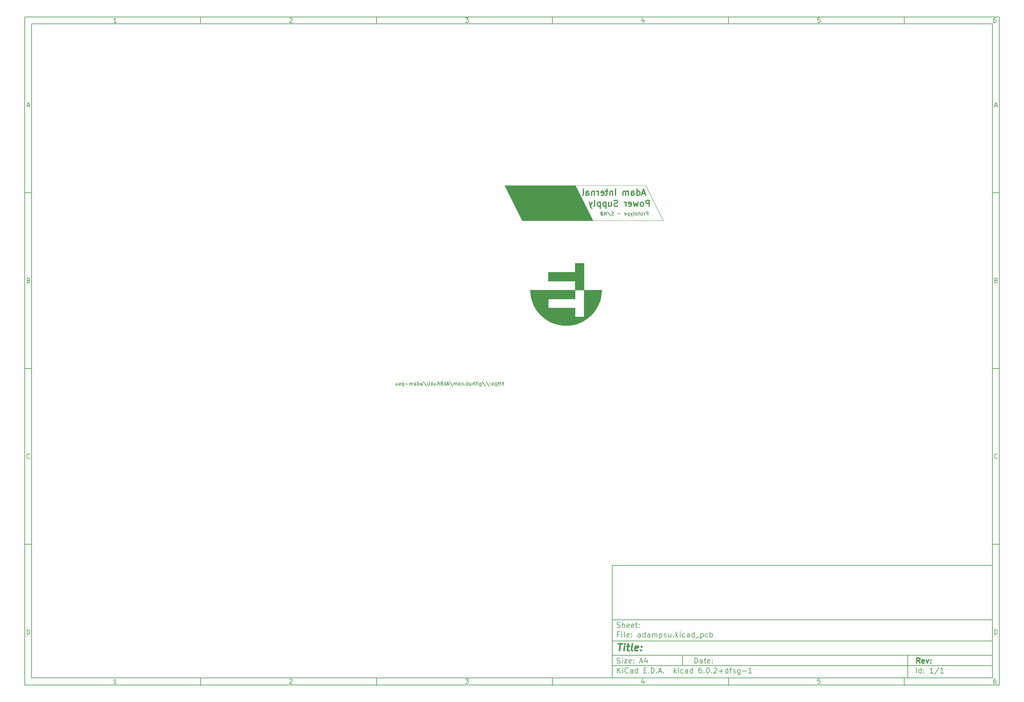
<source format=gbr>
G04 #@! TF.GenerationSoftware,KiCad,Pcbnew,6.0.2+dfsg-1*
G04 #@! TF.CreationDate,2023-07-16T14:07:35-07:00*
G04 #@! TF.ProjectId,adampsu,6164616d-7073-4752-9e6b-696361645f70,rev?*
G04 #@! TF.SameCoordinates,Original*
G04 #@! TF.FileFunction,Legend,Bot*
G04 #@! TF.FilePolarity,Positive*
%FSLAX46Y46*%
G04 Gerber Fmt 4.6, Leading zero omitted, Abs format (unit mm)*
G04 Created by KiCad (PCBNEW 6.0.2+dfsg-1) date 2023-07-16 14:07:35*
%MOMM*%
%LPD*%
G01*
G04 APERTURE LIST*
%ADD10C,0.100000*%
%ADD11C,0.150000*%
%ADD12C,0.300000*%
%ADD13C,0.400000*%
%ADD14C,0.350000*%
%ADD15C,0.120000*%
G04 APERTURE END LIST*
D10*
D11*
X177002200Y-166007200D02*
X177002200Y-198007200D01*
X285002200Y-198007200D01*
X285002200Y-166007200D01*
X177002200Y-166007200D01*
D10*
D11*
X10000000Y-10000000D02*
X10000000Y-200007200D01*
X287002200Y-200007200D01*
X287002200Y-10000000D01*
X10000000Y-10000000D01*
D10*
D11*
X12000000Y-12000000D02*
X12000000Y-198007200D01*
X285002200Y-198007200D01*
X285002200Y-12000000D01*
X12000000Y-12000000D01*
D10*
D11*
X60000000Y-12000000D02*
X60000000Y-10000000D01*
D10*
D11*
X110000000Y-12000000D02*
X110000000Y-10000000D01*
D10*
D11*
X160000000Y-12000000D02*
X160000000Y-10000000D01*
D10*
D11*
X210000000Y-12000000D02*
X210000000Y-10000000D01*
D10*
D11*
X260000000Y-12000000D02*
X260000000Y-10000000D01*
D10*
D11*
X36065476Y-11588095D02*
X35322619Y-11588095D01*
X35694047Y-11588095D02*
X35694047Y-10288095D01*
X35570238Y-10473809D01*
X35446428Y-10597619D01*
X35322619Y-10659523D01*
D10*
D11*
X85322619Y-10411904D02*
X85384523Y-10350000D01*
X85508333Y-10288095D01*
X85817857Y-10288095D01*
X85941666Y-10350000D01*
X86003571Y-10411904D01*
X86065476Y-10535714D01*
X86065476Y-10659523D01*
X86003571Y-10845238D01*
X85260714Y-11588095D01*
X86065476Y-11588095D01*
D10*
D11*
X135260714Y-10288095D02*
X136065476Y-10288095D01*
X135632142Y-10783333D01*
X135817857Y-10783333D01*
X135941666Y-10845238D01*
X136003571Y-10907142D01*
X136065476Y-11030952D01*
X136065476Y-11340476D01*
X136003571Y-11464285D01*
X135941666Y-11526190D01*
X135817857Y-11588095D01*
X135446428Y-11588095D01*
X135322619Y-11526190D01*
X135260714Y-11464285D01*
D10*
D11*
X185941666Y-10721428D02*
X185941666Y-11588095D01*
X185632142Y-10226190D02*
X185322619Y-11154761D01*
X186127380Y-11154761D01*
D10*
D11*
X236003571Y-10288095D02*
X235384523Y-10288095D01*
X235322619Y-10907142D01*
X235384523Y-10845238D01*
X235508333Y-10783333D01*
X235817857Y-10783333D01*
X235941666Y-10845238D01*
X236003571Y-10907142D01*
X236065476Y-11030952D01*
X236065476Y-11340476D01*
X236003571Y-11464285D01*
X235941666Y-11526190D01*
X235817857Y-11588095D01*
X235508333Y-11588095D01*
X235384523Y-11526190D01*
X235322619Y-11464285D01*
D10*
D11*
X285941666Y-10288095D02*
X285694047Y-10288095D01*
X285570238Y-10350000D01*
X285508333Y-10411904D01*
X285384523Y-10597619D01*
X285322619Y-10845238D01*
X285322619Y-11340476D01*
X285384523Y-11464285D01*
X285446428Y-11526190D01*
X285570238Y-11588095D01*
X285817857Y-11588095D01*
X285941666Y-11526190D01*
X286003571Y-11464285D01*
X286065476Y-11340476D01*
X286065476Y-11030952D01*
X286003571Y-10907142D01*
X285941666Y-10845238D01*
X285817857Y-10783333D01*
X285570238Y-10783333D01*
X285446428Y-10845238D01*
X285384523Y-10907142D01*
X285322619Y-11030952D01*
D10*
D11*
X60000000Y-198007200D02*
X60000000Y-200007200D01*
D10*
D11*
X110000000Y-198007200D02*
X110000000Y-200007200D01*
D10*
D11*
X160000000Y-198007200D02*
X160000000Y-200007200D01*
D10*
D11*
X210000000Y-198007200D02*
X210000000Y-200007200D01*
D10*
D11*
X260000000Y-198007200D02*
X260000000Y-200007200D01*
D10*
D11*
X36065476Y-199595295D02*
X35322619Y-199595295D01*
X35694047Y-199595295D02*
X35694047Y-198295295D01*
X35570238Y-198481009D01*
X35446428Y-198604819D01*
X35322619Y-198666723D01*
D10*
D11*
X85322619Y-198419104D02*
X85384523Y-198357200D01*
X85508333Y-198295295D01*
X85817857Y-198295295D01*
X85941666Y-198357200D01*
X86003571Y-198419104D01*
X86065476Y-198542914D01*
X86065476Y-198666723D01*
X86003571Y-198852438D01*
X85260714Y-199595295D01*
X86065476Y-199595295D01*
D10*
D11*
X135260714Y-198295295D02*
X136065476Y-198295295D01*
X135632142Y-198790533D01*
X135817857Y-198790533D01*
X135941666Y-198852438D01*
X136003571Y-198914342D01*
X136065476Y-199038152D01*
X136065476Y-199347676D01*
X136003571Y-199471485D01*
X135941666Y-199533390D01*
X135817857Y-199595295D01*
X135446428Y-199595295D01*
X135322619Y-199533390D01*
X135260714Y-199471485D01*
D10*
D11*
X185941666Y-198728628D02*
X185941666Y-199595295D01*
X185632142Y-198233390D02*
X185322619Y-199161961D01*
X186127380Y-199161961D01*
D10*
D11*
X236003571Y-198295295D02*
X235384523Y-198295295D01*
X235322619Y-198914342D01*
X235384523Y-198852438D01*
X235508333Y-198790533D01*
X235817857Y-198790533D01*
X235941666Y-198852438D01*
X236003571Y-198914342D01*
X236065476Y-199038152D01*
X236065476Y-199347676D01*
X236003571Y-199471485D01*
X235941666Y-199533390D01*
X235817857Y-199595295D01*
X235508333Y-199595295D01*
X235384523Y-199533390D01*
X235322619Y-199471485D01*
D10*
D11*
X285941666Y-198295295D02*
X285694047Y-198295295D01*
X285570238Y-198357200D01*
X285508333Y-198419104D01*
X285384523Y-198604819D01*
X285322619Y-198852438D01*
X285322619Y-199347676D01*
X285384523Y-199471485D01*
X285446428Y-199533390D01*
X285570238Y-199595295D01*
X285817857Y-199595295D01*
X285941666Y-199533390D01*
X286003571Y-199471485D01*
X286065476Y-199347676D01*
X286065476Y-199038152D01*
X286003571Y-198914342D01*
X285941666Y-198852438D01*
X285817857Y-198790533D01*
X285570238Y-198790533D01*
X285446428Y-198852438D01*
X285384523Y-198914342D01*
X285322619Y-199038152D01*
D10*
D11*
X10000000Y-60000000D02*
X12000000Y-60000000D01*
D10*
D11*
X10000000Y-110000000D02*
X12000000Y-110000000D01*
D10*
D11*
X10000000Y-160000000D02*
X12000000Y-160000000D01*
D10*
D11*
X10690476Y-35216666D02*
X11309523Y-35216666D01*
X10566666Y-35588095D02*
X11000000Y-34288095D01*
X11433333Y-35588095D01*
D10*
D11*
X11092857Y-84907142D02*
X11278571Y-84969047D01*
X11340476Y-85030952D01*
X11402380Y-85154761D01*
X11402380Y-85340476D01*
X11340476Y-85464285D01*
X11278571Y-85526190D01*
X11154761Y-85588095D01*
X10659523Y-85588095D01*
X10659523Y-84288095D01*
X11092857Y-84288095D01*
X11216666Y-84350000D01*
X11278571Y-84411904D01*
X11340476Y-84535714D01*
X11340476Y-84659523D01*
X11278571Y-84783333D01*
X11216666Y-84845238D01*
X11092857Y-84907142D01*
X10659523Y-84907142D01*
D10*
D11*
X11402380Y-135464285D02*
X11340476Y-135526190D01*
X11154761Y-135588095D01*
X11030952Y-135588095D01*
X10845238Y-135526190D01*
X10721428Y-135402380D01*
X10659523Y-135278571D01*
X10597619Y-135030952D01*
X10597619Y-134845238D01*
X10659523Y-134597619D01*
X10721428Y-134473809D01*
X10845238Y-134350000D01*
X11030952Y-134288095D01*
X11154761Y-134288095D01*
X11340476Y-134350000D01*
X11402380Y-134411904D01*
D10*
D11*
X10659523Y-185588095D02*
X10659523Y-184288095D01*
X10969047Y-184288095D01*
X11154761Y-184350000D01*
X11278571Y-184473809D01*
X11340476Y-184597619D01*
X11402380Y-184845238D01*
X11402380Y-185030952D01*
X11340476Y-185278571D01*
X11278571Y-185402380D01*
X11154761Y-185526190D01*
X10969047Y-185588095D01*
X10659523Y-185588095D01*
D10*
D11*
X287002200Y-60000000D02*
X285002200Y-60000000D01*
D10*
D11*
X287002200Y-110000000D02*
X285002200Y-110000000D01*
D10*
D11*
X287002200Y-160000000D02*
X285002200Y-160000000D01*
D10*
D11*
X285692676Y-35216666D02*
X286311723Y-35216666D01*
X285568866Y-35588095D02*
X286002200Y-34288095D01*
X286435533Y-35588095D01*
D10*
D11*
X286095057Y-84907142D02*
X286280771Y-84969047D01*
X286342676Y-85030952D01*
X286404580Y-85154761D01*
X286404580Y-85340476D01*
X286342676Y-85464285D01*
X286280771Y-85526190D01*
X286156961Y-85588095D01*
X285661723Y-85588095D01*
X285661723Y-84288095D01*
X286095057Y-84288095D01*
X286218866Y-84350000D01*
X286280771Y-84411904D01*
X286342676Y-84535714D01*
X286342676Y-84659523D01*
X286280771Y-84783333D01*
X286218866Y-84845238D01*
X286095057Y-84907142D01*
X285661723Y-84907142D01*
D10*
D11*
X286404580Y-135464285D02*
X286342676Y-135526190D01*
X286156961Y-135588095D01*
X286033152Y-135588095D01*
X285847438Y-135526190D01*
X285723628Y-135402380D01*
X285661723Y-135278571D01*
X285599819Y-135030952D01*
X285599819Y-134845238D01*
X285661723Y-134597619D01*
X285723628Y-134473809D01*
X285847438Y-134350000D01*
X286033152Y-134288095D01*
X286156961Y-134288095D01*
X286342676Y-134350000D01*
X286404580Y-134411904D01*
D10*
D11*
X285661723Y-185588095D02*
X285661723Y-184288095D01*
X285971247Y-184288095D01*
X286156961Y-184350000D01*
X286280771Y-184473809D01*
X286342676Y-184597619D01*
X286404580Y-184845238D01*
X286404580Y-185030952D01*
X286342676Y-185278571D01*
X286280771Y-185402380D01*
X286156961Y-185526190D01*
X285971247Y-185588095D01*
X285661723Y-185588095D01*
D10*
D11*
X200434342Y-193785771D02*
X200434342Y-192285771D01*
X200791485Y-192285771D01*
X201005771Y-192357200D01*
X201148628Y-192500057D01*
X201220057Y-192642914D01*
X201291485Y-192928628D01*
X201291485Y-193142914D01*
X201220057Y-193428628D01*
X201148628Y-193571485D01*
X201005771Y-193714342D01*
X200791485Y-193785771D01*
X200434342Y-193785771D01*
X202577200Y-193785771D02*
X202577200Y-193000057D01*
X202505771Y-192857200D01*
X202362914Y-192785771D01*
X202077200Y-192785771D01*
X201934342Y-192857200D01*
X202577200Y-193714342D02*
X202434342Y-193785771D01*
X202077200Y-193785771D01*
X201934342Y-193714342D01*
X201862914Y-193571485D01*
X201862914Y-193428628D01*
X201934342Y-193285771D01*
X202077200Y-193214342D01*
X202434342Y-193214342D01*
X202577200Y-193142914D01*
X203077200Y-192785771D02*
X203648628Y-192785771D01*
X203291485Y-192285771D02*
X203291485Y-193571485D01*
X203362914Y-193714342D01*
X203505771Y-193785771D01*
X203648628Y-193785771D01*
X204720057Y-193714342D02*
X204577200Y-193785771D01*
X204291485Y-193785771D01*
X204148628Y-193714342D01*
X204077200Y-193571485D01*
X204077200Y-193000057D01*
X204148628Y-192857200D01*
X204291485Y-192785771D01*
X204577200Y-192785771D01*
X204720057Y-192857200D01*
X204791485Y-193000057D01*
X204791485Y-193142914D01*
X204077200Y-193285771D01*
X205434342Y-193642914D02*
X205505771Y-193714342D01*
X205434342Y-193785771D01*
X205362914Y-193714342D01*
X205434342Y-193642914D01*
X205434342Y-193785771D01*
X205434342Y-192857200D02*
X205505771Y-192928628D01*
X205434342Y-193000057D01*
X205362914Y-192928628D01*
X205434342Y-192857200D01*
X205434342Y-193000057D01*
D10*
D11*
X177002200Y-194507200D02*
X285002200Y-194507200D01*
D10*
D11*
X178434342Y-196585771D02*
X178434342Y-195085771D01*
X179291485Y-196585771D02*
X178648628Y-195728628D01*
X179291485Y-195085771D02*
X178434342Y-195942914D01*
X179934342Y-196585771D02*
X179934342Y-195585771D01*
X179934342Y-195085771D02*
X179862914Y-195157200D01*
X179934342Y-195228628D01*
X180005771Y-195157200D01*
X179934342Y-195085771D01*
X179934342Y-195228628D01*
X181505771Y-196442914D02*
X181434342Y-196514342D01*
X181220057Y-196585771D01*
X181077200Y-196585771D01*
X180862914Y-196514342D01*
X180720057Y-196371485D01*
X180648628Y-196228628D01*
X180577200Y-195942914D01*
X180577200Y-195728628D01*
X180648628Y-195442914D01*
X180720057Y-195300057D01*
X180862914Y-195157200D01*
X181077200Y-195085771D01*
X181220057Y-195085771D01*
X181434342Y-195157200D01*
X181505771Y-195228628D01*
X182791485Y-196585771D02*
X182791485Y-195800057D01*
X182720057Y-195657200D01*
X182577200Y-195585771D01*
X182291485Y-195585771D01*
X182148628Y-195657200D01*
X182791485Y-196514342D02*
X182648628Y-196585771D01*
X182291485Y-196585771D01*
X182148628Y-196514342D01*
X182077200Y-196371485D01*
X182077200Y-196228628D01*
X182148628Y-196085771D01*
X182291485Y-196014342D01*
X182648628Y-196014342D01*
X182791485Y-195942914D01*
X184148628Y-196585771D02*
X184148628Y-195085771D01*
X184148628Y-196514342D02*
X184005771Y-196585771D01*
X183720057Y-196585771D01*
X183577200Y-196514342D01*
X183505771Y-196442914D01*
X183434342Y-196300057D01*
X183434342Y-195871485D01*
X183505771Y-195728628D01*
X183577200Y-195657200D01*
X183720057Y-195585771D01*
X184005771Y-195585771D01*
X184148628Y-195657200D01*
X186005771Y-195800057D02*
X186505771Y-195800057D01*
X186720057Y-196585771D02*
X186005771Y-196585771D01*
X186005771Y-195085771D01*
X186720057Y-195085771D01*
X187362914Y-196442914D02*
X187434342Y-196514342D01*
X187362914Y-196585771D01*
X187291485Y-196514342D01*
X187362914Y-196442914D01*
X187362914Y-196585771D01*
X188077200Y-196585771D02*
X188077200Y-195085771D01*
X188434342Y-195085771D01*
X188648628Y-195157200D01*
X188791485Y-195300057D01*
X188862914Y-195442914D01*
X188934342Y-195728628D01*
X188934342Y-195942914D01*
X188862914Y-196228628D01*
X188791485Y-196371485D01*
X188648628Y-196514342D01*
X188434342Y-196585771D01*
X188077200Y-196585771D01*
X189577200Y-196442914D02*
X189648628Y-196514342D01*
X189577200Y-196585771D01*
X189505771Y-196514342D01*
X189577200Y-196442914D01*
X189577200Y-196585771D01*
X190220057Y-196157200D02*
X190934342Y-196157200D01*
X190077200Y-196585771D02*
X190577200Y-195085771D01*
X191077200Y-196585771D01*
X191577200Y-196442914D02*
X191648628Y-196514342D01*
X191577200Y-196585771D01*
X191505771Y-196514342D01*
X191577200Y-196442914D01*
X191577200Y-196585771D01*
X194577200Y-196585771D02*
X194577200Y-195085771D01*
X194720057Y-196014342D02*
X195148628Y-196585771D01*
X195148628Y-195585771D02*
X194577200Y-196157200D01*
X195791485Y-196585771D02*
X195791485Y-195585771D01*
X195791485Y-195085771D02*
X195720057Y-195157200D01*
X195791485Y-195228628D01*
X195862914Y-195157200D01*
X195791485Y-195085771D01*
X195791485Y-195228628D01*
X197148628Y-196514342D02*
X197005771Y-196585771D01*
X196720057Y-196585771D01*
X196577200Y-196514342D01*
X196505771Y-196442914D01*
X196434342Y-196300057D01*
X196434342Y-195871485D01*
X196505771Y-195728628D01*
X196577200Y-195657200D01*
X196720057Y-195585771D01*
X197005771Y-195585771D01*
X197148628Y-195657200D01*
X198434342Y-196585771D02*
X198434342Y-195800057D01*
X198362914Y-195657200D01*
X198220057Y-195585771D01*
X197934342Y-195585771D01*
X197791485Y-195657200D01*
X198434342Y-196514342D02*
X198291485Y-196585771D01*
X197934342Y-196585771D01*
X197791485Y-196514342D01*
X197720057Y-196371485D01*
X197720057Y-196228628D01*
X197791485Y-196085771D01*
X197934342Y-196014342D01*
X198291485Y-196014342D01*
X198434342Y-195942914D01*
X199791485Y-196585771D02*
X199791485Y-195085771D01*
X199791485Y-196514342D02*
X199648628Y-196585771D01*
X199362914Y-196585771D01*
X199220057Y-196514342D01*
X199148628Y-196442914D01*
X199077200Y-196300057D01*
X199077200Y-195871485D01*
X199148628Y-195728628D01*
X199220057Y-195657200D01*
X199362914Y-195585771D01*
X199648628Y-195585771D01*
X199791485Y-195657200D01*
X202291485Y-195085771D02*
X202005771Y-195085771D01*
X201862914Y-195157200D01*
X201791485Y-195228628D01*
X201648628Y-195442914D01*
X201577200Y-195728628D01*
X201577200Y-196300057D01*
X201648628Y-196442914D01*
X201720057Y-196514342D01*
X201862914Y-196585771D01*
X202148628Y-196585771D01*
X202291485Y-196514342D01*
X202362914Y-196442914D01*
X202434342Y-196300057D01*
X202434342Y-195942914D01*
X202362914Y-195800057D01*
X202291485Y-195728628D01*
X202148628Y-195657200D01*
X201862914Y-195657200D01*
X201720057Y-195728628D01*
X201648628Y-195800057D01*
X201577200Y-195942914D01*
X203077200Y-196442914D02*
X203148628Y-196514342D01*
X203077200Y-196585771D01*
X203005771Y-196514342D01*
X203077200Y-196442914D01*
X203077200Y-196585771D01*
X204077200Y-195085771D02*
X204220057Y-195085771D01*
X204362914Y-195157200D01*
X204434342Y-195228628D01*
X204505771Y-195371485D01*
X204577200Y-195657200D01*
X204577200Y-196014342D01*
X204505771Y-196300057D01*
X204434342Y-196442914D01*
X204362914Y-196514342D01*
X204220057Y-196585771D01*
X204077200Y-196585771D01*
X203934342Y-196514342D01*
X203862914Y-196442914D01*
X203791485Y-196300057D01*
X203720057Y-196014342D01*
X203720057Y-195657200D01*
X203791485Y-195371485D01*
X203862914Y-195228628D01*
X203934342Y-195157200D01*
X204077200Y-195085771D01*
X205220057Y-196442914D02*
X205291485Y-196514342D01*
X205220057Y-196585771D01*
X205148628Y-196514342D01*
X205220057Y-196442914D01*
X205220057Y-196585771D01*
X205862914Y-195228628D02*
X205934342Y-195157200D01*
X206077200Y-195085771D01*
X206434342Y-195085771D01*
X206577200Y-195157200D01*
X206648628Y-195228628D01*
X206720057Y-195371485D01*
X206720057Y-195514342D01*
X206648628Y-195728628D01*
X205791485Y-196585771D01*
X206720057Y-196585771D01*
X207362914Y-196014342D02*
X208505771Y-196014342D01*
X207934342Y-196585771D02*
X207934342Y-195442914D01*
X209862914Y-196585771D02*
X209862914Y-195085771D01*
X209862914Y-196514342D02*
X209720057Y-196585771D01*
X209434342Y-196585771D01*
X209291485Y-196514342D01*
X209220057Y-196442914D01*
X209148628Y-196300057D01*
X209148628Y-195871485D01*
X209220057Y-195728628D01*
X209291485Y-195657200D01*
X209434342Y-195585771D01*
X209720057Y-195585771D01*
X209862914Y-195657200D01*
X210362914Y-195585771D02*
X210934342Y-195585771D01*
X210577200Y-196585771D02*
X210577200Y-195300057D01*
X210648628Y-195157200D01*
X210791485Y-195085771D01*
X210934342Y-195085771D01*
X211362914Y-196514342D02*
X211505771Y-196585771D01*
X211791485Y-196585771D01*
X211934342Y-196514342D01*
X212005771Y-196371485D01*
X212005771Y-196300057D01*
X211934342Y-196157200D01*
X211791485Y-196085771D01*
X211577200Y-196085771D01*
X211434342Y-196014342D01*
X211362914Y-195871485D01*
X211362914Y-195800057D01*
X211434342Y-195657200D01*
X211577200Y-195585771D01*
X211791485Y-195585771D01*
X211934342Y-195657200D01*
X213291485Y-195585771D02*
X213291485Y-196800057D01*
X213220057Y-196942914D01*
X213148628Y-197014342D01*
X213005771Y-197085771D01*
X212791485Y-197085771D01*
X212648628Y-197014342D01*
X213291485Y-196514342D02*
X213148628Y-196585771D01*
X212862914Y-196585771D01*
X212720057Y-196514342D01*
X212648628Y-196442914D01*
X212577200Y-196300057D01*
X212577200Y-195871485D01*
X212648628Y-195728628D01*
X212720057Y-195657200D01*
X212862914Y-195585771D01*
X213148628Y-195585771D01*
X213291485Y-195657200D01*
X214005771Y-196014342D02*
X215148628Y-196014342D01*
X216648628Y-196585771D02*
X215791485Y-196585771D01*
X216220057Y-196585771D02*
X216220057Y-195085771D01*
X216077200Y-195300057D01*
X215934342Y-195442914D01*
X215791485Y-195514342D01*
D10*
D11*
X177002200Y-191507200D02*
X285002200Y-191507200D01*
D10*
D12*
X264411485Y-193785771D02*
X263911485Y-193071485D01*
X263554342Y-193785771D02*
X263554342Y-192285771D01*
X264125771Y-192285771D01*
X264268628Y-192357200D01*
X264340057Y-192428628D01*
X264411485Y-192571485D01*
X264411485Y-192785771D01*
X264340057Y-192928628D01*
X264268628Y-193000057D01*
X264125771Y-193071485D01*
X263554342Y-193071485D01*
X265625771Y-193714342D02*
X265482914Y-193785771D01*
X265197200Y-193785771D01*
X265054342Y-193714342D01*
X264982914Y-193571485D01*
X264982914Y-193000057D01*
X265054342Y-192857200D01*
X265197200Y-192785771D01*
X265482914Y-192785771D01*
X265625771Y-192857200D01*
X265697200Y-193000057D01*
X265697200Y-193142914D01*
X264982914Y-193285771D01*
X266197200Y-192785771D02*
X266554342Y-193785771D01*
X266911485Y-192785771D01*
X267482914Y-193642914D02*
X267554342Y-193714342D01*
X267482914Y-193785771D01*
X267411485Y-193714342D01*
X267482914Y-193642914D01*
X267482914Y-193785771D01*
X267482914Y-192857200D02*
X267554342Y-192928628D01*
X267482914Y-193000057D01*
X267411485Y-192928628D01*
X267482914Y-192857200D01*
X267482914Y-193000057D01*
D10*
D11*
X178362914Y-193714342D02*
X178577200Y-193785771D01*
X178934342Y-193785771D01*
X179077200Y-193714342D01*
X179148628Y-193642914D01*
X179220057Y-193500057D01*
X179220057Y-193357200D01*
X179148628Y-193214342D01*
X179077200Y-193142914D01*
X178934342Y-193071485D01*
X178648628Y-193000057D01*
X178505771Y-192928628D01*
X178434342Y-192857200D01*
X178362914Y-192714342D01*
X178362914Y-192571485D01*
X178434342Y-192428628D01*
X178505771Y-192357200D01*
X178648628Y-192285771D01*
X179005771Y-192285771D01*
X179220057Y-192357200D01*
X179862914Y-193785771D02*
X179862914Y-192785771D01*
X179862914Y-192285771D02*
X179791485Y-192357200D01*
X179862914Y-192428628D01*
X179934342Y-192357200D01*
X179862914Y-192285771D01*
X179862914Y-192428628D01*
X180434342Y-192785771D02*
X181220057Y-192785771D01*
X180434342Y-193785771D01*
X181220057Y-193785771D01*
X182362914Y-193714342D02*
X182220057Y-193785771D01*
X181934342Y-193785771D01*
X181791485Y-193714342D01*
X181720057Y-193571485D01*
X181720057Y-193000057D01*
X181791485Y-192857200D01*
X181934342Y-192785771D01*
X182220057Y-192785771D01*
X182362914Y-192857200D01*
X182434342Y-193000057D01*
X182434342Y-193142914D01*
X181720057Y-193285771D01*
X183077200Y-193642914D02*
X183148628Y-193714342D01*
X183077200Y-193785771D01*
X183005771Y-193714342D01*
X183077200Y-193642914D01*
X183077200Y-193785771D01*
X183077200Y-192857200D02*
X183148628Y-192928628D01*
X183077200Y-193000057D01*
X183005771Y-192928628D01*
X183077200Y-192857200D01*
X183077200Y-193000057D01*
X184862914Y-193357200D02*
X185577200Y-193357200D01*
X184720057Y-193785771D02*
X185220057Y-192285771D01*
X185720057Y-193785771D01*
X186862914Y-192785771D02*
X186862914Y-193785771D01*
X186505771Y-192214342D02*
X186148628Y-193285771D01*
X187077200Y-193285771D01*
D10*
D11*
X263434342Y-196585771D02*
X263434342Y-195085771D01*
X264791485Y-196585771D02*
X264791485Y-195085771D01*
X264791485Y-196514342D02*
X264648628Y-196585771D01*
X264362914Y-196585771D01*
X264220057Y-196514342D01*
X264148628Y-196442914D01*
X264077200Y-196300057D01*
X264077200Y-195871485D01*
X264148628Y-195728628D01*
X264220057Y-195657200D01*
X264362914Y-195585771D01*
X264648628Y-195585771D01*
X264791485Y-195657200D01*
X265505771Y-196442914D02*
X265577200Y-196514342D01*
X265505771Y-196585771D01*
X265434342Y-196514342D01*
X265505771Y-196442914D01*
X265505771Y-196585771D01*
X265505771Y-195657200D02*
X265577200Y-195728628D01*
X265505771Y-195800057D01*
X265434342Y-195728628D01*
X265505771Y-195657200D01*
X265505771Y-195800057D01*
X268148628Y-196585771D02*
X267291485Y-196585771D01*
X267720057Y-196585771D02*
X267720057Y-195085771D01*
X267577200Y-195300057D01*
X267434342Y-195442914D01*
X267291485Y-195514342D01*
X269862914Y-195014342D02*
X268577200Y-196942914D01*
X271148628Y-196585771D02*
X270291485Y-196585771D01*
X270720057Y-196585771D02*
X270720057Y-195085771D01*
X270577200Y-195300057D01*
X270434342Y-195442914D01*
X270291485Y-195514342D01*
D10*
D11*
X177002200Y-187507200D02*
X285002200Y-187507200D01*
D10*
D13*
X178714580Y-188211961D02*
X179857438Y-188211961D01*
X179036009Y-190211961D02*
X179286009Y-188211961D01*
X180274104Y-190211961D02*
X180440771Y-188878628D01*
X180524104Y-188211961D02*
X180416961Y-188307200D01*
X180500295Y-188402438D01*
X180607438Y-188307200D01*
X180524104Y-188211961D01*
X180500295Y-188402438D01*
X181107438Y-188878628D02*
X181869342Y-188878628D01*
X181476485Y-188211961D02*
X181262200Y-189926247D01*
X181333628Y-190116723D01*
X181512200Y-190211961D01*
X181702676Y-190211961D01*
X182655057Y-190211961D02*
X182476485Y-190116723D01*
X182405057Y-189926247D01*
X182619342Y-188211961D01*
X184190771Y-190116723D02*
X183988390Y-190211961D01*
X183607438Y-190211961D01*
X183428866Y-190116723D01*
X183357438Y-189926247D01*
X183452676Y-189164342D01*
X183571723Y-188973866D01*
X183774104Y-188878628D01*
X184155057Y-188878628D01*
X184333628Y-188973866D01*
X184405057Y-189164342D01*
X184381247Y-189354819D01*
X183405057Y-189545295D01*
X185155057Y-190021485D02*
X185238390Y-190116723D01*
X185131247Y-190211961D01*
X185047914Y-190116723D01*
X185155057Y-190021485D01*
X185131247Y-190211961D01*
X185286009Y-188973866D02*
X185369342Y-189069104D01*
X185262200Y-189164342D01*
X185178866Y-189069104D01*
X185286009Y-188973866D01*
X185262200Y-189164342D01*
D10*
D11*
X178934342Y-185600057D02*
X178434342Y-185600057D01*
X178434342Y-186385771D02*
X178434342Y-184885771D01*
X179148628Y-184885771D01*
X179720057Y-186385771D02*
X179720057Y-185385771D01*
X179720057Y-184885771D02*
X179648628Y-184957200D01*
X179720057Y-185028628D01*
X179791485Y-184957200D01*
X179720057Y-184885771D01*
X179720057Y-185028628D01*
X180648628Y-186385771D02*
X180505771Y-186314342D01*
X180434342Y-186171485D01*
X180434342Y-184885771D01*
X181791485Y-186314342D02*
X181648628Y-186385771D01*
X181362914Y-186385771D01*
X181220057Y-186314342D01*
X181148628Y-186171485D01*
X181148628Y-185600057D01*
X181220057Y-185457200D01*
X181362914Y-185385771D01*
X181648628Y-185385771D01*
X181791485Y-185457200D01*
X181862914Y-185600057D01*
X181862914Y-185742914D01*
X181148628Y-185885771D01*
X182505771Y-186242914D02*
X182577200Y-186314342D01*
X182505771Y-186385771D01*
X182434342Y-186314342D01*
X182505771Y-186242914D01*
X182505771Y-186385771D01*
X182505771Y-185457200D02*
X182577200Y-185528628D01*
X182505771Y-185600057D01*
X182434342Y-185528628D01*
X182505771Y-185457200D01*
X182505771Y-185600057D01*
X185005771Y-186385771D02*
X185005771Y-185600057D01*
X184934342Y-185457200D01*
X184791485Y-185385771D01*
X184505771Y-185385771D01*
X184362914Y-185457200D01*
X185005771Y-186314342D02*
X184862914Y-186385771D01*
X184505771Y-186385771D01*
X184362914Y-186314342D01*
X184291485Y-186171485D01*
X184291485Y-186028628D01*
X184362914Y-185885771D01*
X184505771Y-185814342D01*
X184862914Y-185814342D01*
X185005771Y-185742914D01*
X186362914Y-186385771D02*
X186362914Y-184885771D01*
X186362914Y-186314342D02*
X186220057Y-186385771D01*
X185934342Y-186385771D01*
X185791485Y-186314342D01*
X185720057Y-186242914D01*
X185648628Y-186100057D01*
X185648628Y-185671485D01*
X185720057Y-185528628D01*
X185791485Y-185457200D01*
X185934342Y-185385771D01*
X186220057Y-185385771D01*
X186362914Y-185457200D01*
X187720057Y-186385771D02*
X187720057Y-185600057D01*
X187648628Y-185457200D01*
X187505771Y-185385771D01*
X187220057Y-185385771D01*
X187077200Y-185457200D01*
X187720057Y-186314342D02*
X187577200Y-186385771D01*
X187220057Y-186385771D01*
X187077200Y-186314342D01*
X187005771Y-186171485D01*
X187005771Y-186028628D01*
X187077200Y-185885771D01*
X187220057Y-185814342D01*
X187577200Y-185814342D01*
X187720057Y-185742914D01*
X188434342Y-186385771D02*
X188434342Y-185385771D01*
X188434342Y-185528628D02*
X188505771Y-185457200D01*
X188648628Y-185385771D01*
X188862914Y-185385771D01*
X189005771Y-185457200D01*
X189077200Y-185600057D01*
X189077200Y-186385771D01*
X189077200Y-185600057D02*
X189148628Y-185457200D01*
X189291485Y-185385771D01*
X189505771Y-185385771D01*
X189648628Y-185457200D01*
X189720057Y-185600057D01*
X189720057Y-186385771D01*
X190434342Y-185385771D02*
X190434342Y-186885771D01*
X190434342Y-185457200D02*
X190577200Y-185385771D01*
X190862914Y-185385771D01*
X191005771Y-185457200D01*
X191077200Y-185528628D01*
X191148628Y-185671485D01*
X191148628Y-186100057D01*
X191077200Y-186242914D01*
X191005771Y-186314342D01*
X190862914Y-186385771D01*
X190577200Y-186385771D01*
X190434342Y-186314342D01*
X191720057Y-186314342D02*
X191862914Y-186385771D01*
X192148628Y-186385771D01*
X192291485Y-186314342D01*
X192362914Y-186171485D01*
X192362914Y-186100057D01*
X192291485Y-185957200D01*
X192148628Y-185885771D01*
X191934342Y-185885771D01*
X191791485Y-185814342D01*
X191720057Y-185671485D01*
X191720057Y-185600057D01*
X191791485Y-185457200D01*
X191934342Y-185385771D01*
X192148628Y-185385771D01*
X192291485Y-185457200D01*
X193648628Y-185385771D02*
X193648628Y-186385771D01*
X193005771Y-185385771D02*
X193005771Y-186171485D01*
X193077200Y-186314342D01*
X193220057Y-186385771D01*
X193434342Y-186385771D01*
X193577200Y-186314342D01*
X193648628Y-186242914D01*
X194362914Y-186242914D02*
X194434342Y-186314342D01*
X194362914Y-186385771D01*
X194291485Y-186314342D01*
X194362914Y-186242914D01*
X194362914Y-186385771D01*
X195077200Y-186385771D02*
X195077200Y-184885771D01*
X195220057Y-185814342D02*
X195648628Y-186385771D01*
X195648628Y-185385771D02*
X195077200Y-185957200D01*
X196291485Y-186385771D02*
X196291485Y-185385771D01*
X196291485Y-184885771D02*
X196220057Y-184957200D01*
X196291485Y-185028628D01*
X196362914Y-184957200D01*
X196291485Y-184885771D01*
X196291485Y-185028628D01*
X197648628Y-186314342D02*
X197505771Y-186385771D01*
X197220057Y-186385771D01*
X197077200Y-186314342D01*
X197005771Y-186242914D01*
X196934342Y-186100057D01*
X196934342Y-185671485D01*
X197005771Y-185528628D01*
X197077200Y-185457200D01*
X197220057Y-185385771D01*
X197505771Y-185385771D01*
X197648628Y-185457200D01*
X198934342Y-186385771D02*
X198934342Y-185600057D01*
X198862914Y-185457200D01*
X198720057Y-185385771D01*
X198434342Y-185385771D01*
X198291485Y-185457200D01*
X198934342Y-186314342D02*
X198791485Y-186385771D01*
X198434342Y-186385771D01*
X198291485Y-186314342D01*
X198220057Y-186171485D01*
X198220057Y-186028628D01*
X198291485Y-185885771D01*
X198434342Y-185814342D01*
X198791485Y-185814342D01*
X198934342Y-185742914D01*
X200291485Y-186385771D02*
X200291485Y-184885771D01*
X200291485Y-186314342D02*
X200148628Y-186385771D01*
X199862914Y-186385771D01*
X199720057Y-186314342D01*
X199648628Y-186242914D01*
X199577200Y-186100057D01*
X199577200Y-185671485D01*
X199648628Y-185528628D01*
X199720057Y-185457200D01*
X199862914Y-185385771D01*
X200148628Y-185385771D01*
X200291485Y-185457200D01*
X200648628Y-186528628D02*
X201791485Y-186528628D01*
X202148628Y-185385771D02*
X202148628Y-186885771D01*
X202148628Y-185457200D02*
X202291485Y-185385771D01*
X202577200Y-185385771D01*
X202720057Y-185457200D01*
X202791485Y-185528628D01*
X202862914Y-185671485D01*
X202862914Y-186100057D01*
X202791485Y-186242914D01*
X202720057Y-186314342D01*
X202577200Y-186385771D01*
X202291485Y-186385771D01*
X202148628Y-186314342D01*
X204148628Y-186314342D02*
X204005771Y-186385771D01*
X203720057Y-186385771D01*
X203577200Y-186314342D01*
X203505771Y-186242914D01*
X203434342Y-186100057D01*
X203434342Y-185671485D01*
X203505771Y-185528628D01*
X203577200Y-185457200D01*
X203720057Y-185385771D01*
X204005771Y-185385771D01*
X204148628Y-185457200D01*
X204791485Y-186385771D02*
X204791485Y-184885771D01*
X204791485Y-185457200D02*
X204934342Y-185385771D01*
X205220057Y-185385771D01*
X205362914Y-185457200D01*
X205434342Y-185528628D01*
X205505771Y-185671485D01*
X205505771Y-186100057D01*
X205434342Y-186242914D01*
X205362914Y-186314342D01*
X205220057Y-186385771D01*
X204934342Y-186385771D01*
X204791485Y-186314342D01*
D10*
D11*
X177002200Y-181507200D02*
X285002200Y-181507200D01*
D10*
D11*
X178362914Y-183614342D02*
X178577200Y-183685771D01*
X178934342Y-183685771D01*
X179077200Y-183614342D01*
X179148628Y-183542914D01*
X179220057Y-183400057D01*
X179220057Y-183257200D01*
X179148628Y-183114342D01*
X179077200Y-183042914D01*
X178934342Y-182971485D01*
X178648628Y-182900057D01*
X178505771Y-182828628D01*
X178434342Y-182757200D01*
X178362914Y-182614342D01*
X178362914Y-182471485D01*
X178434342Y-182328628D01*
X178505771Y-182257200D01*
X178648628Y-182185771D01*
X179005771Y-182185771D01*
X179220057Y-182257200D01*
X179862914Y-183685771D02*
X179862914Y-182185771D01*
X180505771Y-183685771D02*
X180505771Y-182900057D01*
X180434342Y-182757200D01*
X180291485Y-182685771D01*
X180077200Y-182685771D01*
X179934342Y-182757200D01*
X179862914Y-182828628D01*
X181791485Y-183614342D02*
X181648628Y-183685771D01*
X181362914Y-183685771D01*
X181220057Y-183614342D01*
X181148628Y-183471485D01*
X181148628Y-182900057D01*
X181220057Y-182757200D01*
X181362914Y-182685771D01*
X181648628Y-182685771D01*
X181791485Y-182757200D01*
X181862914Y-182900057D01*
X181862914Y-183042914D01*
X181148628Y-183185771D01*
X183077200Y-183614342D02*
X182934342Y-183685771D01*
X182648628Y-183685771D01*
X182505771Y-183614342D01*
X182434342Y-183471485D01*
X182434342Y-182900057D01*
X182505771Y-182757200D01*
X182648628Y-182685771D01*
X182934342Y-182685771D01*
X183077200Y-182757200D01*
X183148628Y-182900057D01*
X183148628Y-183042914D01*
X182434342Y-183185771D01*
X183577200Y-182685771D02*
X184148628Y-182685771D01*
X183791485Y-182185771D02*
X183791485Y-183471485D01*
X183862914Y-183614342D01*
X184005771Y-183685771D01*
X184148628Y-183685771D01*
X184648628Y-183542914D02*
X184720057Y-183614342D01*
X184648628Y-183685771D01*
X184577200Y-183614342D01*
X184648628Y-183542914D01*
X184648628Y-183685771D01*
X184648628Y-182757200D02*
X184720057Y-182828628D01*
X184648628Y-182900057D01*
X184577200Y-182828628D01*
X184648628Y-182757200D01*
X184648628Y-182900057D01*
D10*
D12*
D10*
D11*
D10*
D11*
D10*
D11*
D10*
D11*
D10*
D11*
X197002200Y-191507200D02*
X197002200Y-194507200D01*
D10*
D11*
X261002200Y-191507200D02*
X261002200Y-198007200D01*
X146071904Y-114752380D02*
X146071904Y-113752380D01*
X145643333Y-114752380D02*
X145643333Y-114228571D01*
X145690952Y-114133333D01*
X145786190Y-114085714D01*
X145929047Y-114085714D01*
X146024285Y-114133333D01*
X146071904Y-114180952D01*
X145310000Y-114085714D02*
X144929047Y-114085714D01*
X145167142Y-113752380D02*
X145167142Y-114609523D01*
X145119523Y-114704761D01*
X145024285Y-114752380D01*
X144929047Y-114752380D01*
X144738571Y-114085714D02*
X144357619Y-114085714D01*
X144595714Y-113752380D02*
X144595714Y-114609523D01*
X144548095Y-114704761D01*
X144452857Y-114752380D01*
X144357619Y-114752380D01*
X144024285Y-114085714D02*
X144024285Y-115085714D01*
X144024285Y-114133333D02*
X143929047Y-114085714D01*
X143738571Y-114085714D01*
X143643333Y-114133333D01*
X143595714Y-114180952D01*
X143548095Y-114276190D01*
X143548095Y-114561904D01*
X143595714Y-114657142D01*
X143643333Y-114704761D01*
X143738571Y-114752380D01*
X143929047Y-114752380D01*
X144024285Y-114704761D01*
X143167142Y-114704761D02*
X143071904Y-114752380D01*
X142881428Y-114752380D01*
X142786190Y-114704761D01*
X142738571Y-114609523D01*
X142738571Y-114561904D01*
X142786190Y-114466666D01*
X142881428Y-114419047D01*
X143024285Y-114419047D01*
X143119523Y-114371428D01*
X143167142Y-114276190D01*
X143167142Y-114228571D01*
X143119523Y-114133333D01*
X143024285Y-114085714D01*
X142881428Y-114085714D01*
X142786190Y-114133333D01*
X142310000Y-114657142D02*
X142262380Y-114704761D01*
X142310000Y-114752380D01*
X142357619Y-114704761D01*
X142310000Y-114657142D01*
X142310000Y-114752380D01*
X142310000Y-114133333D02*
X142262380Y-114180952D01*
X142310000Y-114228571D01*
X142357619Y-114180952D01*
X142310000Y-114133333D01*
X142310000Y-114228571D01*
X141119523Y-113704761D02*
X141976666Y-114990476D01*
X140071904Y-113704761D02*
X140929047Y-114990476D01*
X139310000Y-114085714D02*
X139310000Y-114895238D01*
X139357619Y-114990476D01*
X139405238Y-115038095D01*
X139500476Y-115085714D01*
X139643333Y-115085714D01*
X139738571Y-115038095D01*
X139310000Y-114704761D02*
X139405238Y-114752380D01*
X139595714Y-114752380D01*
X139690952Y-114704761D01*
X139738571Y-114657142D01*
X139786190Y-114561904D01*
X139786190Y-114276190D01*
X139738571Y-114180952D01*
X139690952Y-114133333D01*
X139595714Y-114085714D01*
X139405238Y-114085714D01*
X139310000Y-114133333D01*
X138833809Y-114752380D02*
X138833809Y-114085714D01*
X138833809Y-113752380D02*
X138881428Y-113800000D01*
X138833809Y-113847619D01*
X138786190Y-113800000D01*
X138833809Y-113752380D01*
X138833809Y-113847619D01*
X138500476Y-114085714D02*
X138119523Y-114085714D01*
X138357619Y-113752380D02*
X138357619Y-114609523D01*
X138310000Y-114704761D01*
X138214761Y-114752380D01*
X138119523Y-114752380D01*
X137786190Y-114752380D02*
X137786190Y-113752380D01*
X137357619Y-114752380D02*
X137357619Y-114228571D01*
X137405238Y-114133333D01*
X137500476Y-114085714D01*
X137643333Y-114085714D01*
X137738571Y-114133333D01*
X137786190Y-114180952D01*
X136452857Y-114085714D02*
X136452857Y-114752380D01*
X136881428Y-114085714D02*
X136881428Y-114609523D01*
X136833809Y-114704761D01*
X136738571Y-114752380D01*
X136595714Y-114752380D01*
X136500476Y-114704761D01*
X136452857Y-114657142D01*
X135976666Y-114752380D02*
X135976666Y-113752380D01*
X135976666Y-114133333D02*
X135881428Y-114085714D01*
X135690952Y-114085714D01*
X135595714Y-114133333D01*
X135548095Y-114180952D01*
X135500476Y-114276190D01*
X135500476Y-114561904D01*
X135548095Y-114657142D01*
X135595714Y-114704761D01*
X135690952Y-114752380D01*
X135881428Y-114752380D01*
X135976666Y-114704761D01*
X135071904Y-114657142D02*
X135024285Y-114704761D01*
X135071904Y-114752380D01*
X135119523Y-114704761D01*
X135071904Y-114657142D01*
X135071904Y-114752380D01*
X134167142Y-114704761D02*
X134262380Y-114752380D01*
X134452857Y-114752380D01*
X134548095Y-114704761D01*
X134595714Y-114657142D01*
X134643333Y-114561904D01*
X134643333Y-114276190D01*
X134595714Y-114180952D01*
X134548095Y-114133333D01*
X134452857Y-114085714D01*
X134262380Y-114085714D01*
X134167142Y-114133333D01*
X133595714Y-114752380D02*
X133690952Y-114704761D01*
X133738571Y-114657142D01*
X133786190Y-114561904D01*
X133786190Y-114276190D01*
X133738571Y-114180952D01*
X133690952Y-114133333D01*
X133595714Y-114085714D01*
X133452857Y-114085714D01*
X133357619Y-114133333D01*
X133310000Y-114180952D01*
X133262380Y-114276190D01*
X133262380Y-114561904D01*
X133310000Y-114657142D01*
X133357619Y-114704761D01*
X133452857Y-114752380D01*
X133595714Y-114752380D01*
X132833809Y-114752380D02*
X132833809Y-114085714D01*
X132833809Y-114180952D02*
X132786190Y-114133333D01*
X132690952Y-114085714D01*
X132548095Y-114085714D01*
X132452857Y-114133333D01*
X132405238Y-114228571D01*
X132405238Y-114752380D01*
X132405238Y-114228571D02*
X132357619Y-114133333D01*
X132262380Y-114085714D01*
X132119523Y-114085714D01*
X132024285Y-114133333D01*
X131976666Y-114228571D01*
X131976666Y-114752380D01*
X130786190Y-113704761D02*
X131643333Y-114990476D01*
X130500476Y-114466666D02*
X130024285Y-114466666D01*
X130595714Y-114752380D02*
X130262380Y-113752380D01*
X129929047Y-114752380D01*
X129595714Y-114752380D02*
X129595714Y-113752380D01*
X129500476Y-114371428D02*
X129214761Y-114752380D01*
X129214761Y-114085714D02*
X129595714Y-114466666D01*
X128452857Y-114228571D02*
X128310000Y-114276190D01*
X128262380Y-114323809D01*
X128214761Y-114419047D01*
X128214761Y-114561904D01*
X128262380Y-114657142D01*
X128310000Y-114704761D01*
X128405238Y-114752380D01*
X128786190Y-114752380D01*
X128786190Y-113752380D01*
X128452857Y-113752380D01*
X128357619Y-113800000D01*
X128310000Y-113847619D01*
X128262380Y-113942857D01*
X128262380Y-114038095D01*
X128310000Y-114133333D01*
X128357619Y-114180952D01*
X128452857Y-114228571D01*
X128786190Y-114228571D01*
X127786190Y-114752380D02*
X127786190Y-113752380D01*
X127214761Y-114752380D02*
X127643333Y-114180952D01*
X127214761Y-113752380D02*
X127786190Y-114323809D01*
X126357619Y-114085714D02*
X126357619Y-114752380D01*
X126786190Y-114085714D02*
X126786190Y-114609523D01*
X126738571Y-114704761D01*
X126643333Y-114752380D01*
X126500476Y-114752380D01*
X126405238Y-114704761D01*
X126357619Y-114657142D01*
X125881428Y-114752380D02*
X125881428Y-113752380D01*
X125786190Y-114371428D02*
X125500476Y-114752380D01*
X125500476Y-114085714D02*
X125881428Y-114466666D01*
X125071904Y-113752380D02*
X125071904Y-114561904D01*
X125024285Y-114657142D01*
X124976666Y-114704761D01*
X124881428Y-114752380D01*
X124690952Y-114752380D01*
X124595714Y-114704761D01*
X124548095Y-114657142D01*
X124500476Y-114561904D01*
X124500476Y-113752380D01*
X123310000Y-113704761D02*
X124167142Y-114990476D01*
X122548095Y-114752380D02*
X122548095Y-114228571D01*
X122595714Y-114133333D01*
X122690952Y-114085714D01*
X122881428Y-114085714D01*
X122976666Y-114133333D01*
X122548095Y-114704761D02*
X122643333Y-114752380D01*
X122881428Y-114752380D01*
X122976666Y-114704761D01*
X123024285Y-114609523D01*
X123024285Y-114514285D01*
X122976666Y-114419047D01*
X122881428Y-114371428D01*
X122643333Y-114371428D01*
X122548095Y-114323809D01*
X121643333Y-114752380D02*
X121643333Y-113752380D01*
X121643333Y-114704761D02*
X121738571Y-114752380D01*
X121929047Y-114752380D01*
X122024285Y-114704761D01*
X122071904Y-114657142D01*
X122119523Y-114561904D01*
X122119523Y-114276190D01*
X122071904Y-114180952D01*
X122024285Y-114133333D01*
X121929047Y-114085714D01*
X121738571Y-114085714D01*
X121643333Y-114133333D01*
X120738571Y-114752380D02*
X120738571Y-114228571D01*
X120786190Y-114133333D01*
X120881428Y-114085714D01*
X121071904Y-114085714D01*
X121167142Y-114133333D01*
X120738571Y-114704761D02*
X120833809Y-114752380D01*
X121071904Y-114752380D01*
X121167142Y-114704761D01*
X121214761Y-114609523D01*
X121214761Y-114514285D01*
X121167142Y-114419047D01*
X121071904Y-114371428D01*
X120833809Y-114371428D01*
X120738571Y-114323809D01*
X120262380Y-114752380D02*
X120262380Y-114085714D01*
X120262380Y-114180952D02*
X120214761Y-114133333D01*
X120119523Y-114085714D01*
X119976666Y-114085714D01*
X119881428Y-114133333D01*
X119833809Y-114228571D01*
X119833809Y-114752380D01*
X119833809Y-114228571D02*
X119786190Y-114133333D01*
X119690952Y-114085714D01*
X119548095Y-114085714D01*
X119452857Y-114133333D01*
X119405238Y-114228571D01*
X119405238Y-114752380D01*
X118929047Y-114371428D02*
X118167142Y-114371428D01*
X117690952Y-114085714D02*
X117690952Y-115085714D01*
X117690952Y-114133333D02*
X117595714Y-114085714D01*
X117405238Y-114085714D01*
X117310000Y-114133333D01*
X117262380Y-114180952D01*
X117214761Y-114276190D01*
X117214761Y-114561904D01*
X117262380Y-114657142D01*
X117310000Y-114704761D01*
X117405238Y-114752380D01*
X117595714Y-114752380D01*
X117690952Y-114704761D01*
X116833809Y-114704761D02*
X116738571Y-114752380D01*
X116548095Y-114752380D01*
X116452857Y-114704761D01*
X116405238Y-114609523D01*
X116405238Y-114561904D01*
X116452857Y-114466666D01*
X116548095Y-114419047D01*
X116690952Y-114419047D01*
X116786190Y-114371428D01*
X116833809Y-114276190D01*
X116833809Y-114228571D01*
X116786190Y-114133333D01*
X116690952Y-114085714D01*
X116548095Y-114085714D01*
X116452857Y-114133333D01*
X115548095Y-114085714D02*
X115548095Y-114752380D01*
X115976666Y-114085714D02*
X115976666Y-114609523D01*
X115929047Y-114704761D01*
X115833809Y-114752380D01*
X115690952Y-114752380D01*
X115595714Y-114704761D01*
X115548095Y-114657142D01*
X155757619Y-91170000D02*
X156233809Y-91503333D01*
X155757619Y-91741428D02*
X156757619Y-91741428D01*
X156757619Y-91360476D01*
X156710000Y-91265238D01*
X156662380Y-91217619D01*
X156567142Y-91170000D01*
X156424285Y-91170000D01*
X156329047Y-91217619D01*
X156281428Y-91265238D01*
X156233809Y-91360476D01*
X156233809Y-91741428D01*
X156281428Y-90741428D02*
X156281428Y-90408095D01*
X155757619Y-90265238D02*
X155757619Y-90741428D01*
X156757619Y-90741428D01*
X156757619Y-90265238D01*
X156281428Y-89503333D02*
X156281428Y-89836666D01*
X155757619Y-89836666D02*
X156757619Y-89836666D01*
X156757619Y-89360476D01*
X155805238Y-88598571D02*
X155757619Y-88693809D01*
X155757619Y-88884285D01*
X155805238Y-88979523D01*
X155900476Y-89027142D01*
X156281428Y-89027142D01*
X156376666Y-88979523D01*
X156424285Y-88884285D01*
X156424285Y-88693809D01*
X156376666Y-88598571D01*
X156281428Y-88550952D01*
X156186190Y-88550952D01*
X156090952Y-89027142D01*
X187164285Y-66397380D02*
X187164285Y-65397380D01*
X186783333Y-65397380D01*
X186688095Y-65445000D01*
X186640476Y-65492619D01*
X186592857Y-65587857D01*
X186592857Y-65730714D01*
X186640476Y-65825952D01*
X186688095Y-65873571D01*
X186783333Y-65921190D01*
X187164285Y-65921190D01*
X186164285Y-66397380D02*
X186164285Y-65730714D01*
X186164285Y-65921190D02*
X186116666Y-65825952D01*
X186069047Y-65778333D01*
X185973809Y-65730714D01*
X185878571Y-65730714D01*
X185402380Y-66397380D02*
X185497619Y-66349761D01*
X185545238Y-66302142D01*
X185592857Y-66206904D01*
X185592857Y-65921190D01*
X185545238Y-65825952D01*
X185497619Y-65778333D01*
X185402380Y-65730714D01*
X185259523Y-65730714D01*
X185164285Y-65778333D01*
X185116666Y-65825952D01*
X185069047Y-65921190D01*
X185069047Y-66206904D01*
X185116666Y-66302142D01*
X185164285Y-66349761D01*
X185259523Y-66397380D01*
X185402380Y-66397380D01*
X184783333Y-65730714D02*
X184402380Y-65730714D01*
X184640476Y-65397380D02*
X184640476Y-66254523D01*
X184592857Y-66349761D01*
X184497619Y-66397380D01*
X184402380Y-66397380D01*
X183926190Y-66397380D02*
X184021428Y-66349761D01*
X184069047Y-66302142D01*
X184116666Y-66206904D01*
X184116666Y-65921190D01*
X184069047Y-65825952D01*
X184021428Y-65778333D01*
X183926190Y-65730714D01*
X183783333Y-65730714D01*
X183688095Y-65778333D01*
X183640476Y-65825952D01*
X183592857Y-65921190D01*
X183592857Y-66206904D01*
X183640476Y-66302142D01*
X183688095Y-66349761D01*
X183783333Y-66397380D01*
X183926190Y-66397380D01*
X183307142Y-65730714D02*
X182926190Y-65730714D01*
X183164285Y-65397380D02*
X183164285Y-66254523D01*
X183116666Y-66349761D01*
X183021428Y-66397380D01*
X182926190Y-66397380D01*
X182688095Y-65730714D02*
X182450000Y-66397380D01*
X182211904Y-65730714D02*
X182450000Y-66397380D01*
X182545238Y-66635476D01*
X182592857Y-66683095D01*
X182688095Y-66730714D01*
X181830952Y-65730714D02*
X181830952Y-66730714D01*
X181830952Y-65778333D02*
X181735714Y-65730714D01*
X181545238Y-65730714D01*
X181450000Y-65778333D01*
X181402380Y-65825952D01*
X181354761Y-65921190D01*
X181354761Y-66206904D01*
X181402380Y-66302142D01*
X181450000Y-66349761D01*
X181545238Y-66397380D01*
X181735714Y-66397380D01*
X181830952Y-66349761D01*
X180545238Y-66349761D02*
X180640476Y-66397380D01*
X180830952Y-66397380D01*
X180926190Y-66349761D01*
X180973809Y-66254523D01*
X180973809Y-65873571D01*
X180926190Y-65778333D01*
X180830952Y-65730714D01*
X180640476Y-65730714D01*
X180545238Y-65778333D01*
X180497619Y-65873571D01*
X180497619Y-65968809D01*
X180973809Y-66064047D01*
X179307142Y-66016428D02*
X178545238Y-66016428D01*
X177354761Y-66349761D02*
X177211904Y-66397380D01*
X176973809Y-66397380D01*
X176878571Y-66349761D01*
X176830952Y-66302142D01*
X176783333Y-66206904D01*
X176783333Y-66111666D01*
X176830952Y-66016428D01*
X176878571Y-65968809D01*
X176973809Y-65921190D01*
X177164285Y-65873571D01*
X177259523Y-65825952D01*
X177307142Y-65778333D01*
X177354761Y-65683095D01*
X177354761Y-65587857D01*
X177307142Y-65492619D01*
X177259523Y-65445000D01*
X177164285Y-65397380D01*
X176926190Y-65397380D01*
X176783333Y-65445000D01*
X175640476Y-65349761D02*
X176497619Y-66635476D01*
X175307142Y-66397380D02*
X175307142Y-65397380D01*
X174735714Y-66397380D01*
X174735714Y-65397380D01*
X174307142Y-65730714D02*
X173592857Y-65730714D01*
X174021428Y-65302142D02*
X174307142Y-66587857D01*
X173688095Y-66159285D02*
X174402380Y-66159285D01*
X173973809Y-66587857D02*
X173688095Y-65302142D01*
D14*
X187508333Y-63886666D02*
X187508333Y-62136666D01*
X186841666Y-62136666D01*
X186675000Y-62220000D01*
X186591666Y-62303333D01*
X186508333Y-62470000D01*
X186508333Y-62720000D01*
X186591666Y-62886666D01*
X186675000Y-62970000D01*
X186841666Y-63053333D01*
X187508333Y-63053333D01*
X185508333Y-63886666D02*
X185675000Y-63803333D01*
X185758333Y-63720000D01*
X185841666Y-63553333D01*
X185841666Y-63053333D01*
X185758333Y-62886666D01*
X185675000Y-62803333D01*
X185508333Y-62720000D01*
X185258333Y-62720000D01*
X185091666Y-62803333D01*
X185008333Y-62886666D01*
X184925000Y-63053333D01*
X184925000Y-63553333D01*
X185008333Y-63720000D01*
X185091666Y-63803333D01*
X185258333Y-63886666D01*
X185508333Y-63886666D01*
X184341666Y-62720000D02*
X184008333Y-63886666D01*
X183675000Y-63053333D01*
X183341666Y-63886666D01*
X183008333Y-62720000D01*
X181675000Y-63803333D02*
X181841666Y-63886666D01*
X182175000Y-63886666D01*
X182341666Y-63803333D01*
X182425000Y-63636666D01*
X182425000Y-62970000D01*
X182341666Y-62803333D01*
X182175000Y-62720000D01*
X181841666Y-62720000D01*
X181675000Y-62803333D01*
X181591666Y-62970000D01*
X181591666Y-63136666D01*
X182425000Y-63303333D01*
X180841666Y-63886666D02*
X180841666Y-62720000D01*
X180841666Y-63053333D02*
X180758333Y-62886666D01*
X180675000Y-62803333D01*
X180508333Y-62720000D01*
X180341666Y-62720000D01*
X178508333Y-63803333D02*
X178258333Y-63886666D01*
X177841666Y-63886666D01*
X177675000Y-63803333D01*
X177591666Y-63720000D01*
X177508333Y-63553333D01*
X177508333Y-63386666D01*
X177591666Y-63220000D01*
X177675000Y-63136666D01*
X177841666Y-63053333D01*
X178175000Y-62970000D01*
X178341666Y-62886666D01*
X178425000Y-62803333D01*
X178508333Y-62636666D01*
X178508333Y-62470000D01*
X178425000Y-62303333D01*
X178341666Y-62220000D01*
X178175000Y-62136666D01*
X177758333Y-62136666D01*
X177508333Y-62220000D01*
X176008333Y-62720000D02*
X176008333Y-63886666D01*
X176758333Y-62720000D02*
X176758333Y-63636666D01*
X176675000Y-63803333D01*
X176508333Y-63886666D01*
X176258333Y-63886666D01*
X176091666Y-63803333D01*
X176008333Y-63720000D01*
X175175000Y-62720000D02*
X175175000Y-64470000D01*
X175175000Y-62803333D02*
X175008333Y-62720000D01*
X174675000Y-62720000D01*
X174508333Y-62803333D01*
X174425000Y-62886666D01*
X174341666Y-63053333D01*
X174341666Y-63553333D01*
X174425000Y-63720000D01*
X174508333Y-63803333D01*
X174675000Y-63886666D01*
X175008333Y-63886666D01*
X175175000Y-63803333D01*
X173591666Y-62720000D02*
X173591666Y-64470000D01*
X173591666Y-62803333D02*
X173425000Y-62720000D01*
X173091666Y-62720000D01*
X172925000Y-62803333D01*
X172841666Y-62886666D01*
X172758333Y-63053333D01*
X172758333Y-63553333D01*
X172841666Y-63720000D01*
X172925000Y-63803333D01*
X173091666Y-63886666D01*
X173425000Y-63886666D01*
X173591666Y-63803333D01*
X171758333Y-63886666D02*
X171925000Y-63803333D01*
X172008333Y-63636666D01*
X172008333Y-62136666D01*
X171258333Y-62720000D02*
X170841666Y-63886666D01*
X170425000Y-62720000D02*
X170841666Y-63886666D01*
X171008333Y-64303333D01*
X171091666Y-64386666D01*
X171258333Y-64470000D01*
X186325000Y-60236666D02*
X185491666Y-60236666D01*
X186491666Y-60736666D02*
X185908333Y-58986666D01*
X185325000Y-60736666D01*
X183991666Y-60736666D02*
X183991666Y-58986666D01*
X183991666Y-60653333D02*
X184158333Y-60736666D01*
X184491666Y-60736666D01*
X184658333Y-60653333D01*
X184741666Y-60570000D01*
X184825000Y-60403333D01*
X184825000Y-59903333D01*
X184741666Y-59736666D01*
X184658333Y-59653333D01*
X184491666Y-59570000D01*
X184158333Y-59570000D01*
X183991666Y-59653333D01*
X182408333Y-60736666D02*
X182408333Y-59820000D01*
X182491666Y-59653333D01*
X182658333Y-59570000D01*
X182991666Y-59570000D01*
X183158333Y-59653333D01*
X182408333Y-60653333D02*
X182575000Y-60736666D01*
X182991666Y-60736666D01*
X183158333Y-60653333D01*
X183241666Y-60486666D01*
X183241666Y-60320000D01*
X183158333Y-60153333D01*
X182991666Y-60070000D01*
X182575000Y-60070000D01*
X182408333Y-59986666D01*
X181575000Y-60736666D02*
X181575000Y-59570000D01*
X181575000Y-59736666D02*
X181491666Y-59653333D01*
X181325000Y-59570000D01*
X181075000Y-59570000D01*
X180908333Y-59653333D01*
X180825000Y-59820000D01*
X180825000Y-60736666D01*
X180825000Y-59820000D02*
X180741666Y-59653333D01*
X180575000Y-59570000D01*
X180325000Y-59570000D01*
X180158333Y-59653333D01*
X180075000Y-59820000D01*
X180075000Y-60736666D01*
X177908333Y-60736666D02*
X177908333Y-58986666D01*
X177075000Y-59570000D02*
X177075000Y-60736666D01*
X177075000Y-59736666D02*
X176991666Y-59653333D01*
X176825000Y-59570000D01*
X176575000Y-59570000D01*
X176408333Y-59653333D01*
X176325000Y-59820000D01*
X176325000Y-60736666D01*
X175741666Y-59570000D02*
X175075000Y-59570000D01*
X175491666Y-58986666D02*
X175491666Y-60486666D01*
X175408333Y-60653333D01*
X175241666Y-60736666D01*
X175075000Y-60736666D01*
X173825000Y-60653333D02*
X173991666Y-60736666D01*
X174325000Y-60736666D01*
X174491666Y-60653333D01*
X174575000Y-60486666D01*
X174575000Y-59820000D01*
X174491666Y-59653333D01*
X174325000Y-59570000D01*
X173991666Y-59570000D01*
X173825000Y-59653333D01*
X173741666Y-59820000D01*
X173741666Y-59986666D01*
X174575000Y-60153333D01*
X172991666Y-60736666D02*
X172991666Y-59570000D01*
X172991666Y-59903333D02*
X172908333Y-59736666D01*
X172825000Y-59653333D01*
X172658333Y-59570000D01*
X172491666Y-59570000D01*
X171908333Y-59570000D02*
X171908333Y-60736666D01*
X171908333Y-59736666D02*
X171825000Y-59653333D01*
X171658333Y-59570000D01*
X171408333Y-59570000D01*
X171241666Y-59653333D01*
X171158333Y-59820000D01*
X171158333Y-60736666D01*
X169575000Y-60736666D02*
X169575000Y-59820000D01*
X169658333Y-59653333D01*
X169825000Y-59570000D01*
X170158333Y-59570000D01*
X170325000Y-59653333D01*
X169575000Y-60653333D02*
X169741666Y-60736666D01*
X170158333Y-60736666D01*
X170325000Y-60653333D01*
X170408333Y-60486666D01*
X170408333Y-60320000D01*
X170325000Y-60153333D01*
X170158333Y-60070000D01*
X169741666Y-60070000D01*
X169575000Y-59986666D01*
X168491666Y-60736666D02*
X168658333Y-60653333D01*
X168741666Y-60486666D01*
X168741666Y-58986666D01*
D15*
X163830000Y-82550000D02*
X166370000Y-82550000D01*
X166370000Y-82550000D02*
X166370000Y-85090000D01*
X166370000Y-85090000D02*
X163830000Y-85090000D01*
X163830000Y-85090000D02*
X163830000Y-82550000D01*
G36*
X163830000Y-82550000D02*
G01*
X166370000Y-82550000D01*
X166370000Y-85090000D01*
X163830000Y-85090000D01*
X163830000Y-82550000D01*
G37*
X166370000Y-80010000D02*
X168910000Y-80010000D01*
X168910000Y-80010000D02*
X168910000Y-82550000D01*
X168910000Y-82550000D02*
X166370000Y-82550000D01*
X166370000Y-82550000D02*
X166370000Y-80010000D01*
G36*
X166370000Y-80010000D02*
G01*
X168910000Y-80010000D01*
X168910000Y-82550000D01*
X166370000Y-82550000D01*
X166370000Y-80010000D01*
G37*
X166370000Y-82550000D02*
X168910000Y-82550000D01*
X168910000Y-82550000D02*
X168910000Y-85090000D01*
X168910000Y-85090000D02*
X166370000Y-85090000D01*
X166370000Y-85090000D02*
X166370000Y-82550000D01*
G36*
X166370000Y-82550000D02*
G01*
X168910000Y-82550000D01*
X168910000Y-85090000D01*
X166370000Y-85090000D01*
X166370000Y-82550000D01*
G37*
X166370000Y-85090000D02*
X168910000Y-85090000D01*
X168910000Y-85090000D02*
X168910000Y-87630000D01*
X168910000Y-87630000D02*
X166370000Y-87630000D01*
X166370000Y-87630000D02*
X166370000Y-85090000D01*
G36*
X166370000Y-85090000D02*
G01*
X168910000Y-85090000D01*
X168910000Y-87630000D01*
X166370000Y-87630000D01*
X166370000Y-85090000D01*
G37*
X161290000Y-82550000D02*
X163830000Y-82550000D01*
X163830000Y-82550000D02*
X163830000Y-85090000D01*
X163830000Y-85090000D02*
X161290000Y-85090000D01*
X161290000Y-85090000D02*
X161290000Y-82550000D01*
G36*
X161290000Y-82550000D02*
G01*
X163830000Y-82550000D01*
X163830000Y-85090000D01*
X161290000Y-85090000D01*
X161290000Y-82550000D01*
G37*
X158750000Y-82550000D02*
X161290000Y-82550000D01*
X161290000Y-82550000D02*
X161290000Y-85090000D01*
X161290000Y-85090000D02*
X158750000Y-85090000D01*
X158750000Y-85090000D02*
X158750000Y-82550000D01*
G36*
X158750000Y-82550000D02*
G01*
X161290000Y-82550000D01*
X161290000Y-85090000D01*
X158750000Y-85090000D01*
X158750000Y-82550000D01*
G37*
X153670000Y-87630000D02*
G75*
G03*
X173990000Y-87630000I10160000J0D01*
G01*
X168910000Y-87630000D02*
X168910000Y-95250000D01*
X168910000Y-95250000D02*
X166370000Y-95250000D01*
X166370000Y-95250000D02*
X166370000Y-92710000D01*
X166370000Y-92710000D02*
X158750000Y-92710000D01*
X158750000Y-92710000D02*
X158750000Y-90170000D01*
X158750000Y-90170000D02*
X166370000Y-90170000D01*
X166370000Y-90170000D02*
X166370000Y-87630000D01*
X166370000Y-87630000D02*
X153670000Y-87630000D01*
X153670000Y-87630000D02*
X153771600Y-88442800D01*
X153771600Y-88442800D02*
X153974800Y-90043000D01*
X153974800Y-90043000D02*
X154355800Y-91135200D01*
X154355800Y-91135200D02*
X155067000Y-92811600D01*
X155067000Y-92811600D02*
X155676600Y-93675200D01*
X155676600Y-93675200D02*
X156616400Y-94742000D01*
X156616400Y-94742000D02*
X157911800Y-95910400D01*
X157911800Y-95910400D02*
X159131000Y-96621600D01*
X159131000Y-96621600D02*
X160324800Y-97129600D01*
X160324800Y-97129600D02*
X161620200Y-97510600D01*
X161620200Y-97510600D02*
X162966400Y-97713800D01*
X162966400Y-97713800D02*
X164160200Y-97764600D01*
X164160200Y-97764600D02*
X165481000Y-97637600D01*
X165481000Y-97637600D02*
X166954200Y-97307400D01*
X166954200Y-97307400D02*
X168249600Y-96723200D01*
X168249600Y-96723200D02*
X168910000Y-96418400D01*
X168910000Y-96418400D02*
X170256200Y-95478600D01*
X170256200Y-95478600D02*
X171373800Y-94411800D01*
X171373800Y-94411800D02*
X172161200Y-93421200D01*
X172161200Y-93421200D02*
X172872400Y-92202000D01*
X172872400Y-92202000D02*
X173558200Y-90601800D01*
X173558200Y-90601800D02*
X173888400Y-88874600D01*
X173888400Y-88874600D02*
X173990000Y-87630000D01*
X173990000Y-87630000D02*
X168910000Y-87630000D01*
G36*
X166370000Y-90170000D02*
G01*
X158750000Y-90170000D01*
X158750000Y-92710000D01*
X166370000Y-92710000D01*
X166370000Y-95250000D01*
X168910000Y-95250000D01*
X168910000Y-87630000D01*
X173990000Y-87630000D01*
X173888400Y-88874600D01*
X173558200Y-90601800D01*
X172872400Y-92202000D01*
X172161200Y-93421200D01*
X171373800Y-94411800D01*
X170256200Y-95478600D01*
X168910000Y-96418400D01*
X168249600Y-96723200D01*
X166954200Y-97307400D01*
X165481000Y-97637600D01*
X164160200Y-97764600D01*
X162966400Y-97713800D01*
X161620200Y-97510600D01*
X160324800Y-97129600D01*
X159131000Y-96621600D01*
X157911800Y-95910400D01*
X156616400Y-94742000D01*
X155676600Y-93675200D01*
X155067000Y-92811600D01*
X154355800Y-91135200D01*
X153974800Y-90043000D01*
X153771600Y-88442800D01*
X153670000Y-87630000D01*
X166370000Y-87630000D01*
X166370000Y-90170000D01*
G37*
X166370000Y-90170000D02*
X158750000Y-90170000D01*
X158750000Y-92710000D01*
X166370000Y-92710000D01*
X166370000Y-95250000D01*
X168910000Y-95250000D01*
X168910000Y-87630000D01*
X173990000Y-87630000D01*
X173888400Y-88874600D01*
X173558200Y-90601800D01*
X172872400Y-92202000D01*
X172161200Y-93421200D01*
X171373800Y-94411800D01*
X170256200Y-95478600D01*
X168910000Y-96418400D01*
X168249600Y-96723200D01*
X166954200Y-97307400D01*
X165481000Y-97637600D01*
X164160200Y-97764600D01*
X162966400Y-97713800D01*
X161620200Y-97510600D01*
X160324800Y-97129600D01*
X159131000Y-96621600D01*
X157911800Y-95910400D01*
X156616400Y-94742000D01*
X155676600Y-93675200D01*
X155067000Y-92811600D01*
X154355800Y-91135200D01*
X153974800Y-90043000D01*
X153771600Y-88442800D01*
X153670000Y-87630000D01*
X166370000Y-87630000D01*
X166370000Y-90170000D01*
X166450000Y-57945000D02*
X186450000Y-57945000D01*
X191450000Y-67945000D02*
X171450000Y-67945000D01*
X186450000Y-57945000D02*
X191450000Y-67945000D01*
D10*
X171450000Y-67945000D02*
X151450000Y-67945000D01*
X151450000Y-67945000D02*
X146450000Y-57945000D01*
X146450000Y-57945000D02*
X166450000Y-57945000D01*
X166450000Y-57945000D02*
X171450000Y-67945000D01*
G36*
X171450000Y-67945000D02*
G01*
X151450000Y-67945000D01*
X146450000Y-57945000D01*
X166450000Y-57945000D01*
X171450000Y-67945000D01*
G37*
X171450000Y-67945000D02*
X151450000Y-67945000D01*
X146450000Y-57945000D01*
X166450000Y-57945000D01*
X171450000Y-67945000D01*
M02*

</source>
